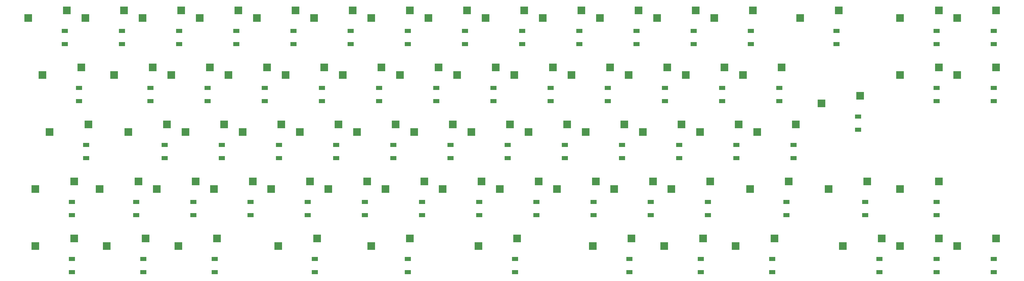
<source format=gbp>
%TF.GenerationSoftware,KiCad,Pcbnew,(5.99.0-12974-ge12f9a194d)*%
%TF.CreationDate,2022-03-06T12:10:11+01:00*%
%TF.ProjectId,lazercut,6c617a65-7263-4757-942e-6b696361645f,rev?*%
%TF.SameCoordinates,Original*%
%TF.FileFunction,Paste,Bot*%
%TF.FilePolarity,Positive*%
%FSLAX46Y46*%
G04 Gerber Fmt 4.6, Leading zero omitted, Abs format (unit mm)*
G04 Created by KiCad (PCBNEW (5.99.0-12974-ge12f9a194d)) date 2022-03-06 12:10:11*
%MOMM*%
%LPD*%
G01*
G04 APERTURE LIST*
%ADD10R,2.550000X2.500000*%
%ADD11R,2.100000X1.400000*%
G04 APERTURE END LIST*
D10*
X256040000Y-31985000D03*
X268940000Y-29445000D03*
X202265000Y-48495000D03*
X189365000Y-51035000D03*
X222702500Y-89135000D03*
X235602500Y-86595000D03*
X270327500Y-70085000D03*
X283227500Y-67545000D03*
X68915000Y-48495000D03*
X56015000Y-51035000D03*
X98877500Y-70085000D03*
X111777500Y-67545000D03*
X73677500Y-67545000D03*
X60777500Y-70085000D03*
X349902500Y-29445000D03*
X337002500Y-31985000D03*
X116540000Y-29445000D03*
X103640000Y-31985000D03*
X130827500Y-67545000D03*
X117927500Y-70085000D03*
X317952500Y-108185000D03*
X330852500Y-105645000D03*
X294140000Y-89135000D03*
X307040000Y-86595000D03*
X168927500Y-67545000D03*
X156027500Y-70085000D03*
X330852500Y-48495000D03*
X317952500Y-51035000D03*
X84590000Y-31985000D03*
X97490000Y-29445000D03*
X47483800Y-67545000D03*
X34583800Y-70085000D03*
X132215000Y-51035000D03*
X145115000Y-48495000D03*
X254652500Y-86595000D03*
X241752500Y-89135000D03*
X228458800Y-105645000D03*
X215558800Y-108185000D03*
X32202500Y-51035000D03*
X45102500Y-48495000D03*
X149877500Y-67545000D03*
X136977500Y-70085000D03*
X78440000Y-29445000D03*
X65540000Y-31985000D03*
X311802500Y-105645000D03*
X298902500Y-108185000D03*
X141740000Y-108185000D03*
X154640000Y-105645000D03*
X183215000Y-48495000D03*
X170315000Y-51035000D03*
X64152500Y-86595000D03*
X51252500Y-89135000D03*
X70302500Y-89135000D03*
X83202500Y-86595000D03*
X159402500Y-86595000D03*
X146502500Y-89135000D03*
X173690000Y-29445000D03*
X160790000Y-31985000D03*
X291758800Y-60560000D03*
X304658800Y-58020000D03*
X265565000Y-51035000D03*
X278465000Y-48495000D03*
X232227500Y-70085000D03*
X245127500Y-67545000D03*
X110783800Y-108185000D03*
X123683800Y-105645000D03*
X187977500Y-67545000D03*
X175077500Y-70085000D03*
X226077500Y-67545000D03*
X213177500Y-70085000D03*
X46490000Y-31985000D03*
X59390000Y-29445000D03*
X27440000Y-31985000D03*
X40340000Y-29445000D03*
X239371300Y-108185000D03*
X252271300Y-105645000D03*
X102252500Y-86595000D03*
X89352500Y-89135000D03*
X184602500Y-89135000D03*
X197502500Y-86595000D03*
X221315000Y-48495000D03*
X208415000Y-51035000D03*
X203652500Y-89135000D03*
X216552500Y-86595000D03*
X211790000Y-29445000D03*
X198890000Y-31985000D03*
X141740000Y-31985000D03*
X154640000Y-29445000D03*
X192740000Y-29445000D03*
X179840000Y-31985000D03*
X122690000Y-31985000D03*
X135590000Y-29445000D03*
X330852500Y-29445000D03*
X317952500Y-31985000D03*
X217940000Y-31985000D03*
X230840000Y-29445000D03*
X194127500Y-70085000D03*
X207027500Y-67545000D03*
X236990000Y-31985000D03*
X249890000Y-29445000D03*
X178452500Y-86595000D03*
X165552500Y-89135000D03*
X53633800Y-108185000D03*
X66533800Y-105645000D03*
X94115000Y-51035000D03*
X107015000Y-48495000D03*
X240365000Y-48495000D03*
X227465000Y-51035000D03*
X42721300Y-105645000D03*
X29821300Y-108185000D03*
X151265000Y-51035000D03*
X164165000Y-48495000D03*
X87965000Y-48495000D03*
X75065000Y-51035000D03*
X349902500Y-105645000D03*
X337002500Y-108185000D03*
X177458800Y-108185000D03*
X190358800Y-105645000D03*
X349902500Y-48495000D03*
X337002500Y-51035000D03*
X251277500Y-70085000D03*
X264177500Y-67545000D03*
X113165000Y-51035000D03*
X126065000Y-48495000D03*
X297515000Y-29445000D03*
X284615000Y-31985000D03*
X140352500Y-86595000D03*
X127452500Y-89135000D03*
X108402500Y-89135000D03*
X121302500Y-86595000D03*
X77446300Y-108185000D03*
X90346300Y-105645000D03*
X267946300Y-89135000D03*
X280846300Y-86595000D03*
X29821300Y-89135000D03*
X42721300Y-86595000D03*
X259415000Y-48495000D03*
X246515000Y-51035000D03*
X276083800Y-105645000D03*
X263183800Y-108185000D03*
X79827500Y-70085000D03*
X92727500Y-67545000D03*
X330852500Y-86595000D03*
X317952500Y-89135000D03*
D11*
X311067500Y-112555000D03*
X311067500Y-116955000D03*
X268205000Y-36355000D03*
X268205000Y-40755000D03*
X349167500Y-112555000D03*
X349167500Y-116955000D03*
X149142500Y-74455000D03*
X149142500Y-78855000D03*
X82467500Y-93505000D03*
X82467500Y-97905000D03*
X58655000Y-36355000D03*
X58655000Y-40755000D03*
X230105000Y-36355000D03*
X230105000Y-40755000D03*
X296780000Y-36355000D03*
X296780000Y-40755000D03*
X330117500Y-36355000D03*
X330117500Y-40755000D03*
X196767500Y-93505000D03*
X196767500Y-97905000D03*
X182480000Y-55405000D03*
X182480000Y-59805000D03*
X258680000Y-55405000D03*
X258680000Y-59805000D03*
X306305000Y-93505000D03*
X306305000Y-97905000D03*
X115805000Y-36355000D03*
X115805000Y-40755000D03*
X220580000Y-55405000D03*
X220580000Y-59805000D03*
X96755000Y-36355000D03*
X96755000Y-40755000D03*
X330117500Y-112555000D03*
X330117500Y-116955000D03*
X201530000Y-55405000D03*
X201530000Y-59805000D03*
X249155000Y-36355000D03*
X249155000Y-40755000D03*
X153905000Y-112555000D03*
X153905000Y-116955000D03*
X277730000Y-55405000D03*
X277730000Y-59805000D03*
X134855000Y-36355000D03*
X134855000Y-40755000D03*
X303923800Y-64930000D03*
X303923800Y-69330000D03*
X253917500Y-93505000D03*
X253917500Y-97905000D03*
X130092500Y-74455000D03*
X130092500Y-78855000D03*
X72942500Y-74455000D03*
X72942500Y-78855000D03*
X77705000Y-36355000D03*
X77705000Y-40755000D03*
X144380000Y-55405000D03*
X144380000Y-59805000D03*
X89611300Y-112555000D03*
X89611300Y-116955000D03*
X101517500Y-93505000D03*
X101517500Y-97905000D03*
X65798800Y-112555000D03*
X65798800Y-116955000D03*
X187242500Y-74455000D03*
X187242500Y-78855000D03*
X39605000Y-36355000D03*
X39605000Y-40755000D03*
X44367500Y-55405000D03*
X44367500Y-59805000D03*
X68180000Y-55405000D03*
X68180000Y-59805000D03*
X206292500Y-74455000D03*
X206292500Y-78855000D03*
X106280000Y-55405000D03*
X106280000Y-59805000D03*
X282492500Y-74455000D03*
X282492500Y-78855000D03*
X163430000Y-55405000D03*
X163430000Y-59805000D03*
X251536300Y-112555000D03*
X251536300Y-116955000D03*
X172955000Y-36355000D03*
X172955000Y-40755000D03*
X63417500Y-93505000D03*
X63417500Y-97905000D03*
X211055000Y-36355000D03*
X211055000Y-40755000D03*
X239630000Y-55405000D03*
X239630000Y-59805000D03*
X330117500Y-55405000D03*
X330117500Y-59805000D03*
X227723800Y-112555000D03*
X227723800Y-116955000D03*
X41986300Y-93505000D03*
X41986300Y-97905000D03*
X192005000Y-36355000D03*
X192005000Y-40755000D03*
X153905000Y-36355000D03*
X153905000Y-40755000D03*
X189623800Y-112555000D03*
X189623800Y-116955000D03*
X41986300Y-112555000D03*
X41986300Y-116955000D03*
X330117500Y-93505000D03*
X330117500Y-97905000D03*
X168192500Y-74455000D03*
X168192500Y-78855000D03*
X139617500Y-93505000D03*
X139617500Y-97905000D03*
X177717500Y-93505000D03*
X177717500Y-97905000D03*
X349167500Y-36355000D03*
X349167500Y-40755000D03*
X215817500Y-93505000D03*
X215817500Y-97905000D03*
X280111300Y-93505000D03*
X280111300Y-97905000D03*
X158667500Y-93505000D03*
X158667500Y-97905000D03*
X87230000Y-55405000D03*
X87230000Y-59805000D03*
X122948800Y-112555000D03*
X122948800Y-116955000D03*
X225342500Y-74455000D03*
X225342500Y-78855000D03*
X125330000Y-55405000D03*
X125330000Y-59805000D03*
X349167500Y-55405000D03*
X349167500Y-59805000D03*
X111042500Y-74455000D03*
X111042500Y-78855000D03*
X234867500Y-93505000D03*
X234867500Y-97905000D03*
X46748800Y-74455000D03*
X46748800Y-78855000D03*
X263442500Y-74455000D03*
X263442500Y-78855000D03*
X91992500Y-74455000D03*
X91992500Y-78855000D03*
X275348800Y-112555000D03*
X275348800Y-116955000D03*
X120567500Y-93505000D03*
X120567500Y-97905000D03*
X244392500Y-74455000D03*
X244392500Y-78855000D03*
M02*

</source>
